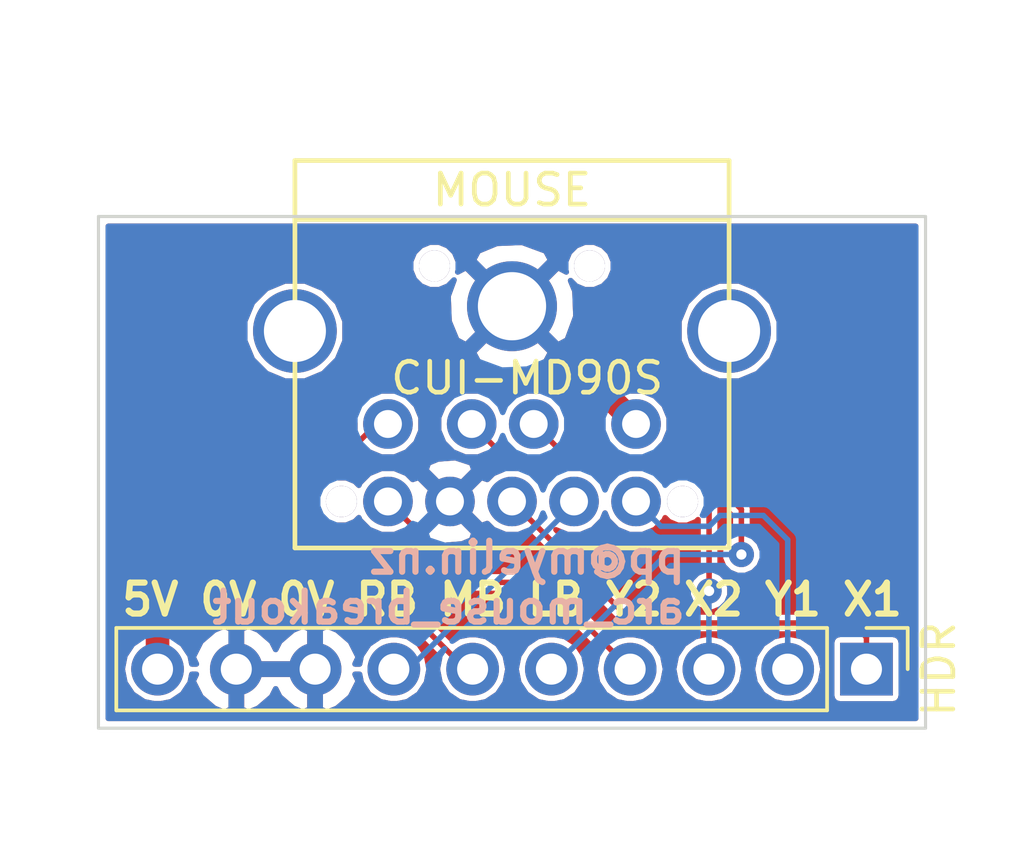
<source format=kicad_pcb>
(kicad_pcb (version 20171130) (host pcbnew "(5.0.1-3-g963ef8bb5)")

  (general
    (thickness 1.6)
    (drawings 6)
    (tracks 45)
    (zones 0)
    (modules 2)
    (nets 10)
  )

  (page A4)
  (layers
    (0 F.Cu signal)
    (31 B.Cu signal)
    (32 B.Adhes user)
    (33 F.Adhes user)
    (34 B.Paste user)
    (35 F.Paste user)
    (36 B.SilkS user)
    (37 F.SilkS user)
    (38 B.Mask user)
    (39 F.Mask user)
    (40 Dwgs.User user)
    (41 Cmts.User user)
    (42 Eco1.User user)
    (43 Eco2.User user)
    (44 Edge.Cuts user)
    (45 Margin user)
    (46 B.CrtYd user)
    (47 F.CrtYd user)
    (48 B.Fab user hide)
    (49 F.Fab user hide)
  )

  (setup
    (last_trace_width 0.1778)
    (user_trace_width 0.254)
    (user_trace_width 0.508)
    (user_trace_width 0.762)
    (user_trace_width 1.016)
    (user_trace_width 1.27)
    (trace_clearance 0.1778)
    (zone_clearance 0.508)
    (zone_45_only no)
    (trace_min 0.1778)
    (segment_width 0.2)
    (edge_width 0.1)
    (via_size 0.8128)
    (via_drill 0.3302)
    (via_min_size 0.8128)
    (via_min_drill 0.3302)
    (user_via 0.8128 0.3302)
    (user_via 1.016 0.635)
    (uvia_size 0.8128)
    (uvia_drill 0.3302)
    (uvias_allowed no)
    (uvia_min_size 0.8128)
    (uvia_min_drill 0.3302)
    (pcb_text_width 0.2)
    (pcb_text_size 1 1)
    (mod_edge_width 0.15)
    (mod_text_size 1 1)
    (mod_text_width 0.15)
    (pad_size 1.5 1.5)
    (pad_drill 0.6)
    (pad_to_mask_clearance 0)
    (solder_mask_min_width 0.25)
    (aux_axis_origin 0 0)
    (visible_elements FFFFFF7F)
    (pcbplotparams
      (layerselection 0x010fc_80000001)
      (usegerberextensions true)
      (usegerberattributes false)
      (usegerberadvancedattributes false)
      (creategerberjobfile false)
      (excludeedgelayer true)
      (linewidth 0.100000)
      (plotframeref false)
      (viasonmask false)
      (mode 1)
      (useauxorigin false)
      (hpglpennumber 1)
      (hpglpenspeed 20)
      (hpglpendiameter 15.000000)
      (psnegative false)
      (psa4output false)
      (plotreference true)
      (plotvalue true)
      (plotinvisibletext false)
      (padsonsilk false)
      (subtractmaskfromsilk false)
      (outputformat 1)
      (mirror false)
      (drillshape 0)
      (scaleselection 1)
      (outputdirectory "gerbers/"))
  )

  (net 0 "")
  (net 1 X1)
  (net 2 Y1)
  (net 3 X2)
  (net 4 Y2)
  (net 5 LB)
  (net 6 MB)
  (net 7 RB)
  (net 8 GND)
  (net 9 5V)

  (net_class Default "This is the default net class."
    (clearance 0.1778)
    (trace_width 0.1778)
    (via_dia 0.8128)
    (via_drill 0.3302)
    (uvia_dia 0.8128)
    (uvia_drill 0.3302)
    (add_net 5V)
    (add_net GND)
    (add_net LB)
    (add_net MB)
    (add_net RB)
    (add_net X1)
    (add_net X2)
    (add_net Y1)
    (add_net Y2)
  )

  (module Connector_PinHeader_2.54mm:PinHeader_1x10_P2.54mm_Vertical (layer F.Cu) (tedit 59FED5CC) (tstamp 5C7EB53E)
    (at 157.48 95.25 270)
    (descr "Through hole straight pin header, 1x10, 2.54mm pitch, single row")
    (tags "Through hole pin header THT 1x10 2.54mm single row")
    (fp_text reference HDR (at 0 -2.33 270) (layer F.SilkS)
      (effects (font (size 1 1) (thickness 0.15)))
    )
    (fp_text value Mouse (at 0 25.19 270) (layer F.Fab)
      (effects (font (size 1 1) (thickness 0.15)))
    )
    (fp_line (start -0.635 -1.27) (end 1.27 -1.27) (layer F.Fab) (width 0.1))
    (fp_line (start 1.27 -1.27) (end 1.27 24.13) (layer F.Fab) (width 0.1))
    (fp_line (start 1.27 24.13) (end -1.27 24.13) (layer F.Fab) (width 0.1))
    (fp_line (start -1.27 24.13) (end -1.27 -0.635) (layer F.Fab) (width 0.1))
    (fp_line (start -1.27 -0.635) (end -0.635 -1.27) (layer F.Fab) (width 0.1))
    (fp_line (start -1.33 24.19) (end 1.33 24.19) (layer F.SilkS) (width 0.12))
    (fp_line (start -1.33 1.27) (end -1.33 24.19) (layer F.SilkS) (width 0.12))
    (fp_line (start 1.33 1.27) (end 1.33 24.19) (layer F.SilkS) (width 0.12))
    (fp_line (start -1.33 1.27) (end 1.33 1.27) (layer F.SilkS) (width 0.12))
    (fp_line (start -1.33 0) (end -1.33 -1.33) (layer F.SilkS) (width 0.12))
    (fp_line (start -1.33 -1.33) (end 0 -1.33) (layer F.SilkS) (width 0.12))
    (fp_line (start -1.8 -1.8) (end -1.8 24.65) (layer F.CrtYd) (width 0.05))
    (fp_line (start -1.8 24.65) (end 1.8 24.65) (layer F.CrtYd) (width 0.05))
    (fp_line (start 1.8 24.65) (end 1.8 -1.8) (layer F.CrtYd) (width 0.05))
    (fp_line (start 1.8 -1.8) (end -1.8 -1.8) (layer F.CrtYd) (width 0.05))
    (fp_text user %R (at 0 11.43) (layer F.Fab)
      (effects (font (size 1 1) (thickness 0.15)))
    )
    (pad 1 thru_hole rect (at 0 0 270) (size 1.7 1.7) (drill 1) (layers *.Cu *.Mask)
      (net 1 X1))
    (pad 2 thru_hole oval (at 0 2.54 270) (size 1.7 1.7) (drill 1) (layers *.Cu *.Mask)
      (net 2 Y1))
    (pad 3 thru_hole oval (at 0 5.08 270) (size 1.7 1.7) (drill 1) (layers *.Cu *.Mask)
      (net 3 X2))
    (pad 4 thru_hole oval (at 0 7.62 270) (size 1.7 1.7) (drill 1) (layers *.Cu *.Mask)
      (net 4 Y2))
    (pad 5 thru_hole oval (at 0 10.16 270) (size 1.7 1.7) (drill 1) (layers *.Cu *.Mask)
      (net 5 LB))
    (pad 6 thru_hole oval (at 0 12.7 270) (size 1.7 1.7) (drill 1) (layers *.Cu *.Mask)
      (net 6 MB))
    (pad 7 thru_hole oval (at 0 15.24 270) (size 1.7 1.7) (drill 1) (layers *.Cu *.Mask)
      (net 7 RB))
    (pad 8 thru_hole oval (at 0 17.78 270) (size 1.7 1.7) (drill 1) (layers *.Cu *.Mask)
      (net 8 GND))
    (pad 9 thru_hole oval (at 0 20.32 270) (size 1.7 1.7) (drill 1) (layers *.Cu *.Mask)
      (net 8 GND))
    (pad 10 thru_hole oval (at 0 22.86 270) (size 1.7 1.7) (drill 1) (layers *.Cu *.Mask)
      (net 9 5V))
    (model ${KISYS3DMOD}/Connector_PinHeader_2.54mm.3dshapes/PinHeader_1x10_P2.54mm_Vertical.wrl
      (at (xyz 0 0 0))
      (scale (xyz 1 1 1))
      (rotate (xyz 0 0 0))
    )
  )

  (module myelin-kicad:minidin_9_pcb_mount (layer F.Cu) (tedit 0) (tstamp 5C7EB557)
    (at 146.05 85.09)
    (descr "9-pin mini-DIN for Acorn mouse, CUI MD-90S")
    (fp_text reference MOUSE (at 0 -5.3) (layer F.SilkS)
      (effects (font (size 1 1) (thickness 0.15)))
    )
    (fp_text value CUI-MD90S (at 0.49022 0.76962) (layer F.SilkS)
      (effects (font (size 1 1) (thickness 0.15)))
    )
    (fp_line (start -7 -6.25) (end -7 6.25) (layer F.SilkS) (width 0.15))
    (fp_line (start -7 6.25) (end 7 6.25) (layer F.SilkS) (width 0.15))
    (fp_line (start 7 6.25) (end 7 -6.25) (layer F.SilkS) (width 0.15))
    (fp_line (start 7 -6.25) (end -7 -6.25) (layer F.SilkS) (width 0.15))
    (fp_line (start -7 -4.35) (end 7 -4.35) (layer F.SilkS) (width 0.15))
    (pad M1 thru_hole circle (at -2.5 -2.85) (size 1 1) (drill 1) (layers *.Cu *.Mask))
    (pad M2 thru_hole circle (at 2.5 -2.85) (size 1 1) (drill 1) (layers *.Cu *.Mask))
    (pad S1 thru_hole circle (at 0 -1.55) (size 2.9 2.9) (drill 2.2) (layers *.Cu *.Mask)
      (net 8 GND))
    (pad S2 thru_hole circle (at -7 -0.75) (size 2.7 2.7) (drill 2) (layers *.Cu *.Mask))
    (pad S3 thru_hole circle (at 7 -0.75) (size 2.7 2.7) (drill 2) (layers *.Cu *.Mask))
    (pad M3 thru_hole circle (at -5.5 4.75) (size 1 1) (drill 1) (layers *.Cu *.Mask))
    (pad M4 thru_hole circle (at 5.5 4.75) (size 1 1) (drill 1) (layers *.Cu *.Mask))
    (pad 1 thru_hole circle (at -1.3 2.25) (size 1.6 1.6) (drill 0.9) (layers *.Cu *.Mask)
      (net 3 X2))
    (pad 2 thru_hole circle (at 0.7 2.25) (size 1.6 1.6) (drill 0.9) (layers *.Cu *.Mask)
      (net 5 LB))
    (pad 3 thru_hole circle (at -4 2.25) (size 1.6 1.6) (drill 0.9) (layers *.Cu *.Mask)
      (net 6 MB))
    (pad 4 thru_hole circle (at -2 4.75) (size 1.6 1.6) (drill 0.9) (layers *.Cu *.Mask)
      (net 8 GND))
    (pad 5 thru_hole circle (at 0 4.75) (size 1.6 1.6) (drill 0.9) (layers *.Cu *.Mask)
      (net 1 X1))
    (pad 6 thru_hole circle (at 4 2.25) (size 1.6 1.6) (drill 0.9) (layers *.Cu *.Mask)
      (net 9 5V))
    (pad 7 thru_hole circle (at -4 4.75) (size 1.6 1.6) (drill 0.9) (layers *.Cu *.Mask)
      (net 4 Y2))
    (pad 8 thru_hole circle (at 2 4.75) (size 1.6 1.6) (drill 0.9) (layers *.Cu *.Mask)
      (net 7 RB))
    (pad 9 thru_hole circle (at 4 4.75) (size 1.6 1.6) (drill 0.9) (layers *.Cu *.Mask)
      (net 2 Y1))
  )

  (gr_text "pp@myelin.nz\narc_mouse_breakout" (at 151.73452 92.45854) (layer B.SilkS)
    (effects (font (size 1 1) (thickness 0.2)) (justify left mirror))
  )
  (gr_text "5V 0V 0V RB MB LB Y2 X2 Y1 X1" (at 146.05254 93.00464) (layer F.SilkS)
    (effects (font (size 1 0.9779) (thickness 0.2)))
  )
  (gr_line (start 159.385 97.155) (end 132.715 97.155) (layer Edge.Cuts) (width 0.1))
  (gr_line (start 159.385 80.645) (end 159.385 97.155) (layer Edge.Cuts) (width 0.1))
  (gr_line (start 132.715 80.645) (end 159.385 80.645) (layer Edge.Cuts) (width 0.1))
  (gr_line (start 132.715 97.155) (end 132.715 80.645) (layer Edge.Cuts) (width 0.1))

  (segment (start 146.05 89.84) (end 149.971047 93.761047) (width 0.1778) (layer F.Cu) (net 1))
  (segment (start 149.971047 93.761047) (end 157.018847 93.761047) (width 0.1778) (layer F.Cu) (net 1))
  (segment (start 157.018847 93.761047) (end 157.48 94.2222) (width 0.1778) (layer F.Cu) (net 1))
  (segment (start 157.48 94.2222) (end 157.48 95.25) (width 0.1778) (layer F.Cu) (net 1))
  (segment (start 154.94 94.047919) (end 154.94 95.25) (width 0.1778) (layer B.Cu) (net 2))
  (segment (start 154.94 91.07678) (end 154.94 94.047919) (width 0.1778) (layer B.Cu) (net 2))
  (segment (start 152.75814 90.29192) (end 154.15514 90.29192) (width 0.1778) (layer B.Cu) (net 2))
  (segment (start 154.15514 90.29192) (end 154.94 91.07678) (width 0.1778) (layer B.Cu) (net 2))
  (segment (start 152.410061 90.639999) (end 152.75814 90.29192) (width 0.1778) (layer B.Cu) (net 2))
  (segment (start 150.849999 90.639999) (end 152.410061 90.639999) (width 0.1778) (layer B.Cu) (net 2))
  (segment (start 150.05 89.84) (end 150.849999 90.639999) (width 0.1778) (layer B.Cu) (net 2))
  (via (at 152.40508 92.72778) (size 0.8128) (drill 0.3302) (layers F.Cu B.Cu) (net 3))
  (segment (start 152.4 95.25) (end 152.4 92.73286) (width 0.1778) (layer B.Cu) (net 3))
  (segment (start 152.4 92.73286) (end 152.40508 92.72778) (width 0.1778) (layer B.Cu) (net 3))
  (segment (start 146.183299 88.773299) (end 151.618017 88.773299) (width 0.1778) (layer F.Cu) (net 3))
  (segment (start 152.40508 92.153044) (end 152.40508 92.72778) (width 0.1778) (layer F.Cu) (net 3))
  (segment (start 144.75 87.34) (end 146.183299 88.773299) (width 0.1778) (layer F.Cu) (net 3))
  (segment (start 151.618017 88.773299) (end 152.40508 89.560362) (width 0.1778) (layer F.Cu) (net 3))
  (segment (start 152.40508 89.560362) (end 152.40508 92.153044) (width 0.1778) (layer F.Cu) (net 3))
  (segment (start 149.010001 94.400001) (end 149.86 95.25) (width 0.1778) (layer F.Cu) (net 4))
  (segment (start 144.66092 92.45092) (end 147.06092 92.45092) (width 0.1778) (layer F.Cu) (net 4))
  (segment (start 147.06092 92.45092) (end 149.010001 94.400001) (width 0.1778) (layer F.Cu) (net 4))
  (segment (start 142.05 89.84) (end 144.66092 92.45092) (width 0.1778) (layer F.Cu) (net 4))
  (via (at 153.44648 91.55176) (size 0.8128) (drill 0.3302) (layers F.Cu B.Cu) (net 5))
  (segment (start 151.01824 91.55176) (end 152.871744 91.55176) (width 0.1778) (layer B.Cu) (net 5))
  (segment (start 153.44648 90.977024) (end 153.44648 91.55176) (width 0.1778) (layer F.Cu) (net 5))
  (segment (start 147.32 95.25) (end 151.01824 91.55176) (width 0.1778) (layer B.Cu) (net 5))
  (segment (start 152.871744 91.55176) (end 153.44648 91.55176) (width 0.1778) (layer B.Cu) (net 5))
  (segment (start 146.75 87.34) (end 147.827688 88.417688) (width 0.1778) (layer F.Cu) (net 5))
  (segment (start 153.44648 90.093104) (end 153.44648 90.977024) (width 0.1778) (layer F.Cu) (net 5))
  (segment (start 147.827688 88.417688) (end 151.771064 88.417688) (width 0.1778) (layer F.Cu) (net 5))
  (segment (start 151.771064 88.417688) (end 153.44648 90.093104) (width 0.1778) (layer F.Cu) (net 5))
  (segment (start 144.55902 95.25) (end 144.78 95.25) (width 0.1778) (layer F.Cu) (net 6))
  (segment (start 139.75334 90.44432) (end 144.55902 95.25) (width 0.1778) (layer F.Cu) (net 6))
  (segment (start 139.75334 89.27084) (end 139.75334 90.44432) (width 0.1778) (layer F.Cu) (net 6))
  (segment (start 141.68418 87.34) (end 139.75334 89.27084) (width 0.1778) (layer F.Cu) (net 6))
  (segment (start 142.05 87.34) (end 141.68418 87.34) (width 0.1778) (layer F.Cu) (net 6))
  (segment (start 148.05 89.91498) (end 148.05 89.84) (width 0.1778) (layer B.Cu) (net 7))
  (segment (start 142.71498 95.25) (end 148.05 89.91498) (width 0.1778) (layer B.Cu) (net 7))
  (segment (start 142.24 95.25) (end 142.71498 95.25) (width 0.1778) (layer B.Cu) (net 7))
  (segment (start 134.62 94.047919) (end 134.62 95.25) (width 0.762) (layer F.Cu) (net 9))
  (segment (start 134.62 92.758974) (end 134.62 94.047919) (width 0.762) (layer F.Cu) (net 9))
  (segment (start 141.397775 85.981199) (end 134.62 92.758974) (width 0.762) (layer F.Cu) (net 9))
  (segment (start 148.691199 85.981199) (end 141.397775 85.981199) (width 0.762) (layer F.Cu) (net 9))
  (segment (start 150.05 87.34) (end 148.691199 85.981199) (width 0.762) (layer F.Cu) (net 9))

  (zone (net 8) (net_name GND) (layer B.Cu) (tstamp 0) (hatch edge 0.508)
    (connect_pads (clearance 0.1778))
    (min_thickness 0.1778)
    (fill yes (arc_segments 16) (thermal_gap 0.508) (thermal_bridge_width 0.508))
    (polygon
      (pts
        (xy 132.08 99.06) (xy 132.08 76.2) (xy 160.02 76.2) (xy 160.02 99.06)
      )
    )
    (filled_polygon
      (pts
        (xy 159.068301 96.8383) (xy 133.0317 96.8383) (xy 133.0317 95.25) (xy 133.481423 95.25) (xy 133.568092 95.685715)
        (xy 133.814904 96.055096) (xy 134.184285 96.301908) (xy 134.510017 96.3667) (xy 134.729983 96.3667) (xy 135.055715 96.301908)
        (xy 135.425096 96.055096) (xy 135.671908 95.685715) (xy 135.725736 95.415102) (xy 135.871761 95.415102) (xy 135.766062 95.637936)
        (xy 136.020626 96.141843) (xy 136.448649 96.509975) (xy 136.772066 96.643925) (xy 136.9949 96.53713) (xy 136.9949 95.4151)
        (xy 137.3251 95.4151) (xy 137.3251 96.53713) (xy 137.547934 96.643925) (xy 137.871351 96.509975) (xy 138.299374 96.141843)
        (xy 138.43 95.88327) (xy 138.560626 96.141843) (xy 138.988649 96.509975) (xy 139.312066 96.643925) (xy 139.5349 96.53713)
        (xy 139.5349 95.4151) (xy 137.3251 95.4151) (xy 136.9949 95.4151) (xy 136.9749 95.4151) (xy 136.9749 95.0849)
        (xy 136.9949 95.0849) (xy 136.9949 93.96287) (xy 137.3251 93.96287) (xy 137.3251 95.0849) (xy 139.5349 95.0849)
        (xy 139.5349 93.96287) (xy 139.8651 93.96287) (xy 139.8651 95.0849) (xy 139.8851 95.0849) (xy 139.8851 95.4151)
        (xy 139.8651 95.4151) (xy 139.8651 96.53713) (xy 140.087934 96.643925) (xy 140.411351 96.509975) (xy 140.839374 96.141843)
        (xy 141.093938 95.637936) (xy 140.988239 95.415102) (xy 141.134264 95.415102) (xy 141.188092 95.685715) (xy 141.434904 96.055096)
        (xy 141.804285 96.301908) (xy 142.130017 96.3667) (xy 142.349983 96.3667) (xy 142.675715 96.301908) (xy 143.045096 96.055096)
        (xy 143.291908 95.685715) (xy 143.378577 95.25) (xy 143.351915 95.115959) (xy 143.878115 94.589759) (xy 143.728092 94.814285)
        (xy 143.641423 95.25) (xy 143.728092 95.685715) (xy 143.974904 96.055096) (xy 144.344285 96.301908) (xy 144.670017 96.3667)
        (xy 144.889983 96.3667) (xy 145.215715 96.301908) (xy 145.585096 96.055096) (xy 145.831908 95.685715) (xy 145.918577 95.25)
        (xy 146.181423 95.25) (xy 146.268092 95.685715) (xy 146.514904 96.055096) (xy 146.884285 96.301908) (xy 147.210017 96.3667)
        (xy 147.429983 96.3667) (xy 147.755715 96.301908) (xy 148.125096 96.055096) (xy 148.371908 95.685715) (xy 148.458577 95.25)
        (xy 148.721423 95.25) (xy 148.808092 95.685715) (xy 149.054904 96.055096) (xy 149.424285 96.301908) (xy 149.750017 96.3667)
        (xy 149.969983 96.3667) (xy 150.295715 96.301908) (xy 150.665096 96.055096) (xy 150.911908 95.685715) (xy 150.998577 95.25)
        (xy 151.261423 95.25) (xy 151.348092 95.685715) (xy 151.594904 96.055096) (xy 151.964285 96.301908) (xy 152.290017 96.3667)
        (xy 152.509983 96.3667) (xy 152.835715 96.301908) (xy 153.205096 96.055096) (xy 153.451908 95.685715) (xy 153.538577 95.25)
        (xy 153.451908 94.814285) (xy 153.205096 94.444904) (xy 152.835715 94.198092) (xy 152.7556 94.182156) (xy 152.7556 93.311149)
        (xy 152.786361 93.298407) (xy 152.975707 93.109061) (xy 153.07818 92.861668) (xy 153.07818 92.593892) (xy 152.975707 92.346499)
        (xy 152.786361 92.157153) (xy 152.538968 92.05468) (xy 152.271192 92.05468) (xy 152.023799 92.157153) (xy 151.834453 92.346499)
        (xy 151.73198 92.593892) (xy 151.73198 92.861668) (xy 151.834453 93.109061) (xy 152.023799 93.298407) (xy 152.044401 93.30694)
        (xy 152.0444 94.182156) (xy 151.964285 94.198092) (xy 151.594904 94.444904) (xy 151.348092 94.814285) (xy 151.261423 95.25)
        (xy 150.998577 95.25) (xy 150.911908 94.814285) (xy 150.665096 94.444904) (xy 150.295715 94.198092) (xy 149.969983 94.1333)
        (xy 149.750017 94.1333) (xy 149.424285 94.198092) (xy 149.054904 94.444904) (xy 148.808092 94.814285) (xy 148.721423 95.25)
        (xy 148.458577 95.25) (xy 148.371908 94.814285) (xy 148.326527 94.746367) (xy 151.165534 91.90736) (xy 152.865216 91.90736)
        (xy 152.875853 91.933041) (xy 153.065199 92.122387) (xy 153.312592 92.22486) (xy 153.580368 92.22486) (xy 153.827761 92.122387)
        (xy 154.017107 91.933041) (xy 154.11958 91.685648) (xy 154.11958 91.417872) (xy 154.017107 91.170479) (xy 153.827761 90.981133)
        (xy 153.580368 90.87866) (xy 153.312592 90.87866) (xy 153.065199 90.981133) (xy 152.875853 91.170479) (xy 152.865216 91.19616)
        (xy 151.053258 91.19616) (xy 151.018239 91.189194) (xy 150.98322 91.19616) (xy 150.879492 91.216793) (xy 150.761867 91.295387)
        (xy 150.742029 91.325077) (xy 147.823633 94.243473) (xy 147.755715 94.198092) (xy 147.429983 94.1333) (xy 147.210017 94.1333)
        (xy 146.884285 94.198092) (xy 146.514904 94.444904) (xy 146.268092 94.814285) (xy 146.181423 95.25) (xy 145.918577 95.25)
        (xy 145.831908 94.814285) (xy 145.585096 94.444904) (xy 145.215715 94.198092) (xy 144.889983 94.1333) (xy 144.670017 94.1333)
        (xy 144.344285 94.198092) (xy 144.119759 94.348115) (xy 147.642202 90.825673) (xy 147.83782 90.9067) (xy 148.26218 90.9067)
        (xy 148.654237 90.744305) (xy 148.954305 90.444237) (xy 149.05 90.213208) (xy 149.145695 90.444237) (xy 149.445763 90.744305)
        (xy 149.83782 90.9067) (xy 150.26218 90.9067) (xy 150.510817 90.803711) (xy 150.573788 90.866682) (xy 150.593626 90.896372)
        (xy 150.711251 90.974966) (xy 150.814979 90.995599) (xy 150.814983 90.995599) (xy 150.849998 91.002564) (xy 150.885013 90.995599)
        (xy 152.375041 90.995599) (xy 152.410061 91.002565) (xy 152.445081 90.995599) (xy 152.548809 90.974966) (xy 152.666434 90.896372)
        (xy 152.686272 90.866682) (xy 152.905435 90.64752) (xy 154.007846 90.64752) (xy 154.5844 91.224075) (xy 154.584401 94.012895)
        (xy 154.5844 94.0129) (xy 154.5844 94.182156) (xy 154.504285 94.198092) (xy 154.134904 94.444904) (xy 153.888092 94.814285)
        (xy 153.801423 95.25) (xy 153.888092 95.685715) (xy 154.134904 96.055096) (xy 154.504285 96.301908) (xy 154.830017 96.3667)
        (xy 155.049983 96.3667) (xy 155.375715 96.301908) (xy 155.745096 96.055096) (xy 155.991908 95.685715) (xy 156.078577 95.25)
        (xy 155.991908 94.814285) (xy 155.745096 94.444904) (xy 155.677893 94.4) (xy 156.358076 94.4) (xy 156.358076 96.1)
        (xy 156.378775 96.204061) (xy 156.437721 96.292279) (xy 156.525939 96.351225) (xy 156.63 96.371924) (xy 158.33 96.371924)
        (xy 158.434061 96.351225) (xy 158.522279 96.292279) (xy 158.581225 96.204061) (xy 158.601924 96.1) (xy 158.601924 94.4)
        (xy 158.581225 94.295939) (xy 158.522279 94.207721) (xy 158.434061 94.148775) (xy 158.33 94.128076) (xy 156.63 94.128076)
        (xy 156.525939 94.148775) (xy 156.437721 94.207721) (xy 156.378775 94.295939) (xy 156.358076 94.4) (xy 155.677893 94.4)
        (xy 155.375715 94.198092) (xy 155.2956 94.182156) (xy 155.2956 91.1118) (xy 155.302566 91.07678) (xy 155.274967 90.938032)
        (xy 155.21621 90.850095) (xy 155.216207 90.850092) (xy 155.196372 90.820407) (xy 155.166688 90.800573) (xy 154.431351 90.065237)
        (xy 154.411513 90.035547) (xy 154.293888 89.956953) (xy 154.19016 89.93632) (xy 154.15514 89.929354) (xy 154.12012 89.93632)
        (xy 152.793159 89.93632) (xy 152.758139 89.929354) (xy 152.619392 89.956953) (xy 152.540437 90.009709) (xy 152.501767 90.035547)
        (xy 152.48193 90.065235) (xy 152.262767 90.284399) (xy 152.189879 90.284399) (xy 152.199977 90.274301) (xy 152.3167 89.992506)
        (xy 152.3167 89.687494) (xy 152.199977 89.405699) (xy 151.984301 89.190023) (xy 151.702506 89.0733) (xy 151.397494 89.0733)
        (xy 151.115699 89.190023) (xy 150.988179 89.317543) (xy 150.954305 89.235763) (xy 150.654237 88.935695) (xy 150.26218 88.7733)
        (xy 149.83782 88.7733) (xy 149.445763 88.935695) (xy 149.145695 89.235763) (xy 149.05 89.466792) (xy 148.954305 89.235763)
        (xy 148.654237 88.935695) (xy 148.26218 88.7733) (xy 147.83782 88.7733) (xy 147.445763 88.935695) (xy 147.145695 89.235763)
        (xy 147.05 89.466792) (xy 146.954305 89.235763) (xy 146.654237 88.935695) (xy 146.26218 88.7733) (xy 145.83782 88.7733)
        (xy 145.445763 88.935695) (xy 145.252739 89.128719) (xy 145.060744 89.062743) (xy 144.283487 89.84) (xy 145.060744 90.617257)
        (xy 145.252739 90.551281) (xy 145.445763 90.744305) (xy 145.83782 90.9067) (xy 146.26218 90.9067) (xy 146.654237 90.744305)
        (xy 146.954305 90.444237) (xy 147.05 90.213208) (xy 147.10825 90.353836) (xy 143.028363 94.433723) (xy 142.675715 94.198092)
        (xy 142.349983 94.1333) (xy 142.130017 94.1333) (xy 141.804285 94.198092) (xy 141.434904 94.444904) (xy 141.188092 94.814285)
        (xy 141.134264 95.084898) (xy 140.988239 95.084898) (xy 141.093938 94.862064) (xy 140.839374 94.358157) (xy 140.411351 93.990025)
        (xy 140.087934 93.856075) (xy 139.8651 93.96287) (xy 139.5349 93.96287) (xy 139.312066 93.856075) (xy 138.988649 93.990025)
        (xy 138.560626 94.358157) (xy 138.43 94.61673) (xy 138.299374 94.358157) (xy 137.871351 93.990025) (xy 137.547934 93.856075)
        (xy 137.3251 93.96287) (xy 136.9949 93.96287) (xy 136.772066 93.856075) (xy 136.448649 93.990025) (xy 136.020626 94.358157)
        (xy 135.766062 94.862064) (xy 135.871761 95.084898) (xy 135.725736 95.084898) (xy 135.671908 94.814285) (xy 135.425096 94.444904)
        (xy 135.055715 94.198092) (xy 134.729983 94.1333) (xy 134.510017 94.1333) (xy 134.184285 94.198092) (xy 133.814904 94.444904)
        (xy 133.568092 94.814285) (xy 133.481423 95.25) (xy 133.0317 95.25) (xy 133.0317 89.687494) (xy 139.7833 89.687494)
        (xy 139.7833 89.992506) (xy 139.900023 90.274301) (xy 140.115699 90.489977) (xy 140.397494 90.6067) (xy 140.702506 90.6067)
        (xy 140.984301 90.489977) (xy 141.111821 90.362457) (xy 141.145695 90.444237) (xy 141.445763 90.744305) (xy 141.83782 90.9067)
        (xy 142.26218 90.9067) (xy 142.39727 90.850744) (xy 143.272743 90.850744) (xy 143.352049 91.081532) (xy 143.880291 91.254121)
        (xy 144.43437 91.211422) (xy 144.747951 91.081532) (xy 144.827257 90.850744) (xy 144.05 90.073487) (xy 143.272743 90.850744)
        (xy 142.39727 90.850744) (xy 142.654237 90.744305) (xy 142.847261 90.551281) (xy 143.039256 90.617257) (xy 143.816513 89.84)
        (xy 143.039256 89.062743) (xy 142.847261 89.128719) (xy 142.654237 88.935695) (xy 142.397271 88.829256) (xy 143.272743 88.829256)
        (xy 144.05 89.606513) (xy 144.827257 88.829256) (xy 144.747951 88.598468) (xy 144.219709 88.425879) (xy 143.66563 88.468578)
        (xy 143.352049 88.598468) (xy 143.272743 88.829256) (xy 142.397271 88.829256) (xy 142.26218 88.7733) (xy 141.83782 88.7733)
        (xy 141.445763 88.935695) (xy 141.145695 89.235763) (xy 141.111821 89.317543) (xy 140.984301 89.190023) (xy 140.702506 89.0733)
        (xy 140.397494 89.0733) (xy 140.115699 89.190023) (xy 139.900023 89.405699) (xy 139.7833 89.687494) (xy 133.0317 89.687494)
        (xy 133.0317 87.12782) (xy 140.9833 87.12782) (xy 140.9833 87.55218) (xy 141.145695 87.944237) (xy 141.445763 88.244305)
        (xy 141.83782 88.4067) (xy 142.26218 88.4067) (xy 142.654237 88.244305) (xy 142.954305 87.944237) (xy 143.1167 87.55218)
        (xy 143.1167 87.12782) (xy 143.6833 87.12782) (xy 143.6833 87.55218) (xy 143.845695 87.944237) (xy 144.145763 88.244305)
        (xy 144.53782 88.4067) (xy 144.96218 88.4067) (xy 145.354237 88.244305) (xy 145.654305 87.944237) (xy 145.75 87.713208)
        (xy 145.845695 87.944237) (xy 146.145763 88.244305) (xy 146.53782 88.4067) (xy 146.96218 88.4067) (xy 147.354237 88.244305)
        (xy 147.654305 87.944237) (xy 147.8167 87.55218) (xy 147.8167 87.12782) (xy 148.9833 87.12782) (xy 148.9833 87.55218)
        (xy 149.145695 87.944237) (xy 149.445763 88.244305) (xy 149.83782 88.4067) (xy 150.26218 88.4067) (xy 150.654237 88.244305)
        (xy 150.954305 87.944237) (xy 151.1167 87.55218) (xy 151.1167 87.12782) (xy 150.954305 86.735763) (xy 150.654237 86.435695)
        (xy 150.26218 86.2733) (xy 149.83782 86.2733) (xy 149.445763 86.435695) (xy 149.145695 86.735763) (xy 148.9833 87.12782)
        (xy 147.8167 87.12782) (xy 147.654305 86.735763) (xy 147.354237 86.435695) (xy 146.96218 86.2733) (xy 146.53782 86.2733)
        (xy 146.145763 86.435695) (xy 145.845695 86.735763) (xy 145.75 86.966792) (xy 145.654305 86.735763) (xy 145.354237 86.435695)
        (xy 144.96218 86.2733) (xy 144.53782 86.2733) (xy 144.145763 86.435695) (xy 143.845695 86.735763) (xy 143.6833 87.12782)
        (xy 143.1167 87.12782) (xy 142.954305 86.735763) (xy 142.654237 86.435695) (xy 142.26218 86.2733) (xy 141.83782 86.2733)
        (xy 141.445763 86.435695) (xy 141.145695 86.735763) (xy 140.9833 87.12782) (xy 133.0317 87.12782) (xy 133.0317 84.018418)
        (xy 137.4333 84.018418) (xy 137.4333 84.661582) (xy 137.679428 85.255787) (xy 138.134213 85.710572) (xy 138.728418 85.9567)
        (xy 139.371582 85.9567) (xy 139.965787 85.710572) (xy 140.420572 85.255787) (xy 140.517419 85.021976) (xy 144.801511 85.021976)
        (xy 144.960705 85.320171) (xy 145.724865 85.601518) (xy 146.538523 85.569019) (xy 147.139295 85.320171) (xy 147.298489 85.021976)
        (xy 146.05 83.773487) (xy 144.801511 85.021976) (xy 140.517419 85.021976) (xy 140.6667 84.661582) (xy 140.6667 84.018418)
        (xy 140.420572 83.424213) (xy 139.965787 82.969428) (xy 139.371582 82.7233) (xy 138.728418 82.7233) (xy 138.134213 82.969428)
        (xy 137.679428 83.424213) (xy 137.4333 84.018418) (xy 133.0317 84.018418) (xy 133.0317 82.087494) (xy 142.7833 82.087494)
        (xy 142.7833 82.392506) (xy 142.900023 82.674301) (xy 143.115699 82.889977) (xy 143.397494 83.0067) (xy 143.702506 83.0067)
        (xy 143.984301 82.889977) (xy 144.180239 82.694039) (xy 143.988482 83.214865) (xy 144.020981 84.028523) (xy 144.269829 84.629295)
        (xy 144.568024 84.788489) (xy 145.816513 83.54) (xy 146.283487 83.54) (xy 147.531976 84.788489) (xy 147.830171 84.629295)
        (xy 148.055082 84.018418) (xy 151.4333 84.018418) (xy 151.4333 84.661582) (xy 151.679428 85.255787) (xy 152.134213 85.710572)
        (xy 152.728418 85.9567) (xy 153.371582 85.9567) (xy 153.965787 85.710572) (xy 154.420572 85.255787) (xy 154.6667 84.661582)
        (xy 154.6667 84.018418) (xy 154.420572 83.424213) (xy 153.965787 82.969428) (xy 153.371582 82.7233) (xy 152.728418 82.7233)
        (xy 152.134213 82.969428) (xy 151.679428 83.424213) (xy 151.4333 84.018418) (xy 148.055082 84.018418) (xy 148.111518 83.865135)
        (xy 148.079019 83.051477) (xy 147.938884 82.713162) (xy 148.115699 82.889977) (xy 148.397494 83.0067) (xy 148.702506 83.0067)
        (xy 148.984301 82.889977) (xy 149.199977 82.674301) (xy 149.3167 82.392506) (xy 149.3167 82.087494) (xy 149.199977 81.805699)
        (xy 148.984301 81.590023) (xy 148.702506 81.4733) (xy 148.397494 81.4733) (xy 148.115699 81.590023) (xy 147.900023 81.805699)
        (xy 147.7833 82.087494) (xy 147.7833 82.392506) (xy 147.800944 82.435102) (xy 147.531976 82.291511) (xy 146.283487 83.54)
        (xy 145.816513 83.54) (xy 144.568024 82.291511) (xy 144.299056 82.435102) (xy 144.3167 82.392506) (xy 144.3167 82.087494)
        (xy 144.304494 82.058024) (xy 144.801511 82.058024) (xy 146.05 83.306513) (xy 147.298489 82.058024) (xy 147.139295 81.759829)
        (xy 146.375135 81.478482) (xy 145.561477 81.510981) (xy 144.960705 81.759829) (xy 144.801511 82.058024) (xy 144.304494 82.058024)
        (xy 144.199977 81.805699) (xy 143.984301 81.590023) (xy 143.702506 81.4733) (xy 143.397494 81.4733) (xy 143.115699 81.590023)
        (xy 142.900023 81.805699) (xy 142.7833 82.087494) (xy 133.0317 82.087494) (xy 133.0317 80.9617) (xy 159.0683 80.9617)
      )
    )
  )
  (zone (net 8) (net_name GND) (layer F.Cu) (tstamp 0) (hatch edge 0.508)
    (connect_pads (clearance 0.1778))
    (min_thickness 0.1778)
    (fill yes (arc_segments 16) (thermal_gap 0.508) (thermal_bridge_width 0.508))
    (polygon
      (pts
        (xy 129.54 101.6) (xy 129.54 73.66) (xy 162.56 73.66) (xy 162.56 101.6)
      )
    )
    (filled_polygon
      (pts
        (xy 159.068301 96.8383) (xy 133.0317 96.8383) (xy 133.0317 95.25) (xy 133.481423 95.25) (xy 133.568092 95.685715)
        (xy 133.814904 96.055096) (xy 134.184285 96.301908) (xy 134.510017 96.3667) (xy 134.729983 96.3667) (xy 135.055715 96.301908)
        (xy 135.425096 96.055096) (xy 135.671908 95.685715) (xy 135.725736 95.415102) (xy 135.871761 95.415102) (xy 135.766062 95.637936)
        (xy 136.020626 96.141843) (xy 136.448649 96.509975) (xy 136.772066 96.643925) (xy 136.9949 96.53713) (xy 136.9949 95.4151)
        (xy 137.3251 95.4151) (xy 137.3251 96.53713) (xy 137.547934 96.643925) (xy 137.871351 96.509975) (xy 138.299374 96.141843)
        (xy 138.43 95.88327) (xy 138.560626 96.141843) (xy 138.988649 96.509975) (xy 139.312066 96.643925) (xy 139.5349 96.53713)
        (xy 139.5349 95.4151) (xy 137.3251 95.4151) (xy 136.9949 95.4151) (xy 136.9749 95.4151) (xy 136.9749 95.0849)
        (xy 136.9949 95.0849) (xy 136.9949 93.96287) (xy 137.3251 93.96287) (xy 137.3251 95.0849) (xy 139.5349 95.0849)
        (xy 139.5349 93.96287) (xy 139.8651 93.96287) (xy 139.8651 95.0849) (xy 139.8851 95.0849) (xy 139.8851 95.4151)
        (xy 139.8651 95.4151) (xy 139.8651 96.53713) (xy 140.087934 96.643925) (xy 140.411351 96.509975) (xy 140.839374 96.141843)
        (xy 141.093938 95.637936) (xy 140.988239 95.415102) (xy 141.134264 95.415102) (xy 141.188092 95.685715) (xy 141.434904 96.055096)
        (xy 141.804285 96.301908) (xy 142.130017 96.3667) (xy 142.349983 96.3667) (xy 142.675715 96.301908) (xy 143.045096 96.055096)
        (xy 143.291908 95.685715) (xy 143.378577 95.25) (xy 143.291908 94.814285) (xy 143.045096 94.444904) (xy 142.675715 94.198092)
        (xy 142.349983 94.1333) (xy 142.130017 94.1333) (xy 141.804285 94.198092) (xy 141.434904 94.444904) (xy 141.188092 94.814285)
        (xy 141.134264 95.084898) (xy 140.988239 95.084898) (xy 141.093938 94.862064) (xy 140.839374 94.358157) (xy 140.411351 93.990025)
        (xy 140.087934 93.856075) (xy 139.8651 93.96287) (xy 139.5349 93.96287) (xy 139.312066 93.856075) (xy 138.988649 93.990025)
        (xy 138.560626 94.358157) (xy 138.43 94.61673) (xy 138.299374 94.358157) (xy 137.871351 93.990025) (xy 137.547934 93.856075)
        (xy 137.3251 93.96287) (xy 136.9949 93.96287) (xy 136.772066 93.856075) (xy 136.448649 93.990025) (xy 136.020626 94.358157)
        (xy 135.766062 94.862064) (xy 135.871761 95.084898) (xy 135.725736 95.084898) (xy 135.671908 94.814285) (xy 135.425096 94.444904)
        (xy 135.2677 94.339736) (xy 135.2677 93.027259) (xy 140.9833 87.31166) (xy 140.9833 87.537986) (xy 139.526655 88.994631)
        (xy 139.496967 89.014468) (xy 139.477131 89.044155) (xy 139.47713 89.044156) (xy 139.418373 89.132093) (xy 139.390774 89.27084)
        (xy 139.39774 89.30586) (xy 139.397741 90.409295) (xy 139.390774 90.44432) (xy 139.418373 90.583067) (xy 139.47713 90.671004)
        (xy 139.477132 90.671006) (xy 139.496968 90.700693) (xy 139.526655 90.720529) (xy 143.710226 94.904101) (xy 143.641423 95.25)
        (xy 143.728092 95.685715) (xy 143.974904 96.055096) (xy 144.344285 96.301908) (xy 144.670017 96.3667) (xy 144.889983 96.3667)
        (xy 145.215715 96.301908) (xy 145.585096 96.055096) (xy 145.831908 95.685715) (xy 145.918577 95.25) (xy 146.181423 95.25)
        (xy 146.268092 95.685715) (xy 146.514904 96.055096) (xy 146.884285 96.301908) (xy 147.210017 96.3667) (xy 147.429983 96.3667)
        (xy 147.755715 96.301908) (xy 148.125096 96.055096) (xy 148.371908 95.685715) (xy 148.458577 95.25) (xy 148.371908 94.814285)
        (xy 148.125096 94.444904) (xy 147.755715 94.198092) (xy 147.429983 94.1333) (xy 147.210017 94.1333) (xy 146.884285 94.198092)
        (xy 146.514904 94.444904) (xy 146.268092 94.814285) (xy 146.181423 95.25) (xy 145.918577 95.25) (xy 145.831908 94.814285)
        (xy 145.585096 94.444904) (xy 145.215715 94.198092) (xy 144.889983 94.1333) (xy 144.670017 94.1333) (xy 144.344285 94.198092)
        (xy 144.1439 94.331985) (xy 140.418614 90.6067) (xy 140.702506 90.6067) (xy 140.984301 90.489977) (xy 141.111821 90.362457)
        (xy 141.145695 90.444237) (xy 141.445763 90.744305) (xy 141.83782 90.9067) (xy 142.26218 90.9067) (xy 142.510817 90.803711)
        (xy 144.384709 92.677603) (xy 144.404547 92.707293) (xy 144.522172 92.785887) (xy 144.6259 92.80652) (xy 144.625904 92.80652)
        (xy 144.660919 92.813485) (xy 144.695934 92.80652) (xy 146.913626 92.80652) (xy 148.783316 94.676211) (xy 148.783319 94.676213)
        (xy 148.853473 94.746367) (xy 148.808092 94.814285) (xy 148.721423 95.25) (xy 148.808092 95.685715) (xy 149.054904 96.055096)
        (xy 149.424285 96.301908) (xy 149.750017 96.3667) (xy 149.969983 96.3667) (xy 150.295715 96.301908) (xy 150.665096 96.055096)
        (xy 150.911908 95.685715) (xy 150.998577 95.25) (xy 151.261423 95.25) (xy 151.348092 95.685715) (xy 151.594904 96.055096)
        (xy 151.964285 96.301908) (xy 152.290017 96.3667) (xy 152.509983 96.3667) (xy 152.835715 96.301908) (xy 153.205096 96.055096)
        (xy 153.451908 95.685715) (xy 153.538577 95.25) (xy 153.801423 95.25) (xy 153.888092 95.685715) (xy 154.134904 96.055096)
        (xy 154.504285 96.301908) (xy 154.830017 96.3667) (xy 155.049983 96.3667) (xy 155.375715 96.301908) (xy 155.745096 96.055096)
        (xy 155.991908 95.685715) (xy 156.078577 95.25) (xy 155.991908 94.814285) (xy 155.745096 94.444904) (xy 155.375715 94.198092)
        (xy 155.049983 94.1333) (xy 154.830017 94.1333) (xy 154.504285 94.198092) (xy 154.134904 94.444904) (xy 153.888092 94.814285)
        (xy 153.801423 95.25) (xy 153.538577 95.25) (xy 153.451908 94.814285) (xy 153.205096 94.444904) (xy 152.835715 94.198092)
        (xy 152.509983 94.1333) (xy 152.290017 94.1333) (xy 151.964285 94.198092) (xy 151.594904 94.444904) (xy 151.348092 94.814285)
        (xy 151.261423 95.25) (xy 150.998577 95.25) (xy 150.911908 94.814285) (xy 150.665096 94.444904) (xy 150.295715 94.198092)
        (xy 149.969983 94.1333) (xy 149.750017 94.1333) (xy 149.424285 94.198092) (xy 149.356367 94.243473) (xy 149.286213 94.173319)
        (xy 149.286211 94.173316) (xy 147.337131 92.224237) (xy 147.317293 92.194547) (xy 147.199668 92.115953) (xy 147.09594 92.09532)
        (xy 147.06092 92.088354) (xy 147.0259 92.09532) (xy 144.808214 92.09532) (xy 143.96081 91.247916) (xy 144.43437 91.211422)
        (xy 144.747951 91.081532) (xy 144.827257 90.850744) (xy 144.05 90.073487) (xy 144.035858 90.087629) (xy 143.802371 89.854142)
        (xy 143.816513 89.84) (xy 143.039256 89.062743) (xy 142.847261 89.128719) (xy 142.654237 88.935695) (xy 142.397271 88.829256)
        (xy 143.272743 88.829256) (xy 144.05 89.606513) (xy 144.827257 88.829256) (xy 144.747951 88.598468) (xy 144.219709 88.425879)
        (xy 143.66563 88.468578) (xy 143.352049 88.598468) (xy 143.272743 88.829256) (xy 142.397271 88.829256) (xy 142.26218 88.7733)
        (xy 141.83782 88.7733) (xy 141.445763 88.935695) (xy 141.145695 89.235763) (xy 141.111821 89.317543) (xy 140.984301 89.190023)
        (xy 140.702506 89.0733) (xy 140.453774 89.0733) (xy 141.364266 88.162808) (xy 141.445763 88.244305) (xy 141.83782 88.4067)
        (xy 142.26218 88.4067) (xy 142.654237 88.244305) (xy 142.954305 87.944237) (xy 143.1167 87.55218) (xy 143.1167 87.12782)
        (xy 142.954305 86.735763) (xy 142.847441 86.628899) (xy 143.952559 86.628899) (xy 143.845695 86.735763) (xy 143.6833 87.12782)
        (xy 143.6833 87.55218) (xy 143.845695 87.944237) (xy 144.145763 88.244305) (xy 144.53782 88.4067) (xy 144.96218 88.4067)
        (xy 145.210817 88.303711) (xy 145.726511 88.819406) (xy 145.445763 88.935695) (xy 145.252739 89.128719) (xy 145.060744 89.062743)
        (xy 144.283487 89.84) (xy 145.060744 90.617257) (xy 145.252739 90.551281) (xy 145.445763 90.744305) (xy 145.83782 90.9067)
        (xy 146.26218 90.9067) (xy 146.510817 90.803711) (xy 149.694838 93.987733) (xy 149.714674 94.01742) (xy 149.744361 94.037256)
        (xy 149.744362 94.037257) (xy 149.832299 94.096014) (xy 149.971047 94.123613) (xy 150.006067 94.116647) (xy 156.871553 94.116647)
        (xy 156.882982 94.128076) (xy 156.63 94.128076) (xy 156.525939 94.148775) (xy 156.437721 94.207721) (xy 156.378775 94.295939)
        (xy 156.358076 94.4) (xy 156.358076 96.1) (xy 156.378775 96.204061) (xy 156.437721 96.292279) (xy 156.525939 96.351225)
        (xy 156.63 96.371924) (xy 158.33 96.371924) (xy 158.434061 96.351225) (xy 158.522279 96.292279) (xy 158.581225 96.204061)
        (xy 158.601924 96.1) (xy 158.601924 94.4) (xy 158.581225 94.295939) (xy 158.522279 94.207721) (xy 158.434061 94.148775)
        (xy 158.33 94.128076) (xy 157.823843 94.128076) (xy 157.814967 94.083452) (xy 157.75621 93.995515) (xy 157.756207 93.995512)
        (xy 157.736372 93.965827) (xy 157.706687 93.945993) (xy 157.295058 93.534364) (xy 157.27522 93.504674) (xy 157.157595 93.42608)
        (xy 157.053867 93.405447) (xy 157.018847 93.398481) (xy 156.983827 93.405447) (xy 150.118342 93.405447) (xy 147.465286 90.752392)
        (xy 147.83782 90.9067) (xy 148.26218 90.9067) (xy 148.654237 90.744305) (xy 148.954305 90.444237) (xy 149.05 90.213208)
        (xy 149.145695 90.444237) (xy 149.445763 90.744305) (xy 149.83782 90.9067) (xy 150.26218 90.9067) (xy 150.654237 90.744305)
        (xy 150.954305 90.444237) (xy 150.988179 90.362457) (xy 151.115699 90.489977) (xy 151.397494 90.6067) (xy 151.702506 90.6067)
        (xy 151.984301 90.489977) (xy 152.04948 90.424798) (xy 152.049481 92.11802) (xy 152.04948 92.118025) (xy 152.04948 92.146516)
        (xy 152.023799 92.157153) (xy 151.834453 92.346499) (xy 151.73198 92.593892) (xy 151.73198 92.861668) (xy 151.834453 93.109061)
        (xy 152.023799 93.298407) (xy 152.271192 93.40088) (xy 152.538968 93.40088) (xy 152.786361 93.298407) (xy 152.975707 93.109061)
        (xy 153.07818 92.861668) (xy 153.07818 92.593892) (xy 152.975707 92.346499) (xy 152.786361 92.157153) (xy 152.76068 92.146516)
        (xy 152.76068 89.910199) (xy 153.09088 90.240399) (xy 153.090881 90.942) (xy 153.09088 90.942005) (xy 153.09088 90.970496)
        (xy 153.065199 90.981133) (xy 152.875853 91.170479) (xy 152.77338 91.417872) (xy 152.77338 91.685648) (xy 152.875853 91.933041)
        (xy 153.065199 92.122387) (xy 153.312592 92.22486) (xy 153.580368 92.22486) (xy 153.827761 92.122387) (xy 154.017107 91.933041)
        (xy 154.11958 91.685648) (xy 154.11958 91.417872) (xy 154.017107 91.170479) (xy 153.827761 90.981133) (xy 153.80208 90.970496)
        (xy 153.80208 90.128123) (xy 153.809046 90.093103) (xy 153.781447 89.954356) (xy 153.72269 89.866419) (xy 153.722687 89.866416)
        (xy 153.702852 89.836731) (xy 153.673168 89.816897) (xy 152.047275 88.191005) (xy 152.027437 88.161315) (xy 151.909812 88.082721)
        (xy 151.806084 88.062088) (xy 151.771064 88.055122) (xy 151.736044 88.062088) (xy 150.836454 88.062088) (xy 150.954305 87.944237)
        (xy 151.1167 87.55218) (xy 151.1167 87.12782) (xy 150.954305 86.735763) (xy 150.654237 86.435695) (xy 150.26218 86.2733)
        (xy 149.899286 86.2733) (xy 149.194304 85.568319) (xy 149.158165 85.514233) (xy 148.943919 85.371079) (xy 148.754991 85.333499)
        (xy 148.691199 85.32081) (xy 148.627407 85.333499) (xy 147.107118 85.333499) (xy 147.139295 85.320171) (xy 147.298489 85.021976)
        (xy 146.05 83.773487) (xy 144.801511 85.021976) (xy 144.960705 85.320171) (xy 144.996905 85.333499) (xy 141.461565 85.333499)
        (xy 141.397774 85.32081) (xy 141.333983 85.333499) (xy 141.145055 85.371079) (xy 140.930809 85.514233) (xy 140.894672 85.568316)
        (xy 134.20712 92.255869) (xy 134.153034 92.292008) (xy 134.02207 92.488011) (xy 134.00988 92.506255) (xy 133.959611 92.758974)
        (xy 133.9723 92.822766) (xy 133.972301 93.984123) (xy 133.9723 93.984128) (xy 133.9723 94.339735) (xy 133.814904 94.444904)
        (xy 133.568092 94.814285) (xy 133.481423 95.25) (xy 133.0317 95.25) (xy 133.0317 84.018418) (xy 137.4333 84.018418)
        (xy 137.4333 84.661582) (xy 137.679428 85.255787) (xy 138.134213 85.710572) (xy 138.728418 85.9567) (xy 139.371582 85.9567)
        (xy 139.965787 85.710572) (xy 140.420572 85.255787) (xy 140.6667 84.661582) (xy 140.6667 84.018418) (xy 140.420572 83.424213)
        (xy 139.965787 82.969428) (xy 139.371582 82.7233) (xy 138.728418 82.7233) (xy 138.134213 82.969428) (xy 137.679428 83.424213)
        (xy 137.4333 84.018418) (xy 133.0317 84.018418) (xy 133.0317 82.087494) (xy 142.7833 82.087494) (xy 142.7833 82.392506)
        (xy 142.900023 82.674301) (xy 143.115699 82.889977) (xy 143.397494 83.0067) (xy 143.702506 83.0067) (xy 143.984301 82.889977)
        (xy 144.180239 82.694039) (xy 143.988482 83.214865) (xy 144.020981 84.028523) (xy 144.269829 84.629295) (xy 144.568024 84.788489)
        (xy 145.816513 83.54) (xy 146.283487 83.54) (xy 147.531976 84.788489) (xy 147.830171 84.629295) (xy 148.055082 84.018418)
        (xy 151.4333 84.018418) (xy 151.4333 84.661582) (xy 151.679428 85.255787) (xy 152.134213 85.710572) (xy 152.728418 85.9567)
        (xy 153.371582 85.9567) (xy 153.965787 85.710572) (xy 154.420572 85.255787) (xy 154.6667 84.661582) (xy 154.6667 84.018418)
        (xy 154.420572 83.424213) (xy 153.965787 82.969428) (xy 153.371582 82.7233) (xy 152.728418 82.7233) (xy 152.134213 82.969428)
        (xy 151.679428 83.424213) (xy 151.4333 84.018418) (xy 148.055082 84.018418) (xy 148.111518 83.865135) (xy 148.079019 83.051477)
        (xy 147.938884 82.713162) (xy 148.115699 82.889977) (xy 148.397494 83.0067) (xy 148.702506 83.0067) (xy 148.984301 82.889977)
        (xy 149.199977 82.674301) (xy 149.3167 82.392506) (xy 149.3167 82.087494) (xy 149.199977 81.805699) (xy 148.984301 81.590023)
        (xy 148.702506 81.4733) (xy 148.397494 81.4733) (xy 148.115699 81.590023) (xy 147.900023 81.805699) (xy 147.7833 82.087494)
        (xy 147.7833 82.392506) (xy 147.800944 82.435102) (xy 147.531976 82.291511) (xy 146.283487 83.54) (xy 145.816513 83.54)
        (xy 144.568024 82.291511) (xy 144.299056 82.435102) (xy 144.3167 82.392506) (xy 144.3167 82.087494) (xy 144.304494 82.058024)
        (xy 144.801511 82.058024) (xy 146.05 83.306513) (xy 147.298489 82.058024) (xy 147.139295 81.759829) (xy 146.375135 81.478482)
        (xy 145.561477 81.510981) (xy 144.960705 81.759829) (xy 144.801511 82.058024) (xy 144.304494 82.058024) (xy 144.199977 81.805699)
        (xy 143.984301 81.590023) (xy 143.702506 81.4733) (xy 143.397494 81.4733) (xy 143.115699 81.590023) (xy 142.900023 81.805699)
        (xy 142.7833 82.087494) (xy 133.0317 82.087494) (xy 133.0317 80.9617) (xy 159.0683 80.9617)
      )
    )
  )
)

</source>
